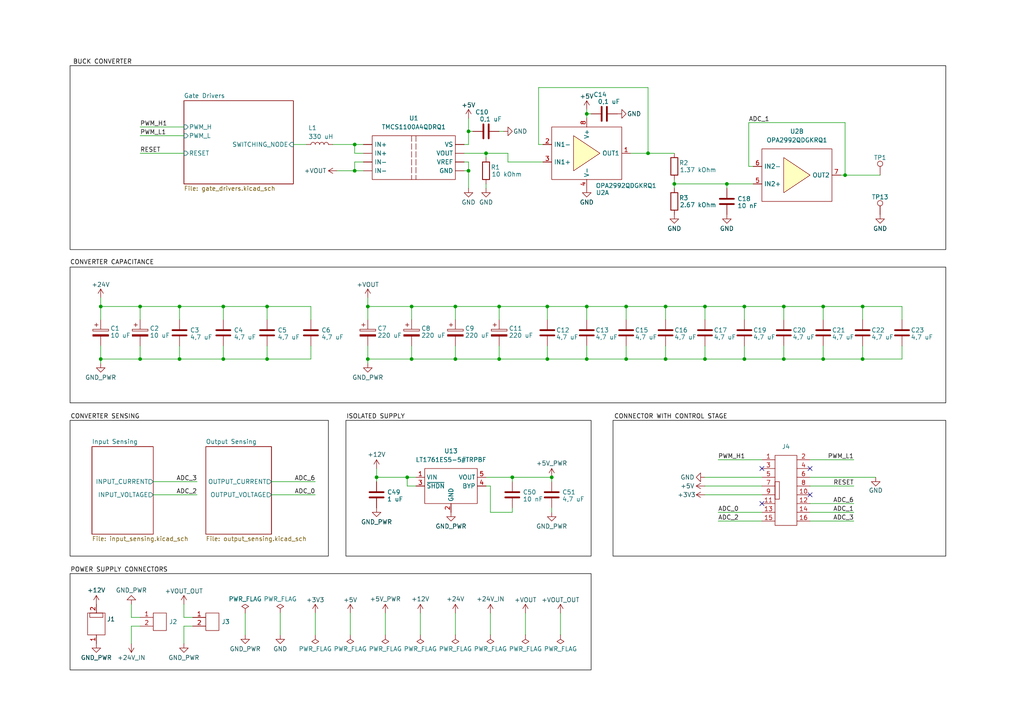
<source format=kicad_sch>
(kicad_sch (version 20231120) (generator "eeschema") (generator_version "8.0")
  (paper "A4")
  (title_block (title "ELE0124CL Power Buck Development Kit") (date "2024-08-04") (rev "1.0") (company "ELE0124CL"))
  (lib_symbols
    (symbol "Device:C" (pin_numbers hide) (pin_names (offset 0.254))
      (property "Reference" "C" (at 0.635 2.54 0))
      (property "Value" "C" (at 0.635 -2.54 0))
      (symbol "C_1_1"
        (pin passive line (at 0 3.81 270) (length 2.794) (name "~") (number "1"))
        (pin passive line (at 0 -3.81 90) (length 2.794) (name "~") (number "2"))
      )
    )
    (symbol "Device:C_Polarized" (pin_numbers hide) (pin_names (offset 0.254))
      (property "Reference" "C" (at 0.635 2.54 0))
      (property "Value" "C_Polarized" (at 0.635 -2.54 0))
      (symbol "C_Polarized_1_1"
        (pin passive line (at 0 3.81 270) (length 2.794) (name "~") (number "1"))
        (pin passive line (at 0 -3.81 90) (length 2.794) (name "~") (number "2"))
      )
    )
    (symbol "Device:L" (pin_numbers hide) (pin_names (offset 1.016) hide)
      (property "Reference" "L" (at -1.27 0 90))
      (property "Value" "L" (at 1.905 0 90))
      (symbol "L_1_1"
        (pin passive line (at 0 3.81 270) (length 1.27) (name "1") (number "1"))
        (pin passive line (at 0 -3.81 90) (length 1.27) (name "2") (number "2"))
      )
    )
    (symbol "Device:R" (pin_numbers hide) (pin_names (offset 0))
      (property "Reference" "R" (at 2.032 0 90))
      (property "Value" "R" (at 0 0 90))
      (symbol "R_1_1"
        (pin passive line (at 0 3.81 270) (length 1.27) (name "~") (number "1"))
        (pin passive line (at 0 -3.81 90) (length 1.27) (name "~") (number "2"))
      )
    )
    (symbol "ELE0124CL_library:+12V" (power) (pin_numbers hide) (pin_names (offset 0) hide) (exclude_from_sim yes) (in_bom no)
      (property "Value" "+12V" (at -2.54 3.81 0))
      (symbol "+12V_1_1"
        (pin power_in line (at 0 0 90) (length 1.27) hide (name "+12V") (number "1"))
      )
    )
    (symbol "ELE0124CL_library:+24V" (power) (pin_numbers hide) (pin_names (offset 0) hide) (exclude_from_sim yes) (in_bom no)
      (property "Value" "+24V" (at -2.54 3.81 0))
      (symbol "+24V_1_1"
        (pin power_in line (at 0 0 90) (length 1.27) hide (name "+24V") (number "1"))
      )
    )
    (symbol "ELE0124CL_library:+24V_IN" (power) (pin_numbers hide) (pin_names (offset 0) hide) (exclude_from_sim yes) (in_bom no)
      (property "Value" "+24V_IN" (at -2.54 3.81 0))
      (symbol "+24V_IN_1_1"
        (pin power_in line (at 0 0 90) (length 1.27) hide (name "+24V_IN") (number "1"))
      )
    )
    (symbol "ELE0124CL_library:+3V3" (power) (pin_numbers hide) (pin_names (offset 0) hide) (exclude_from_sim yes) (in_bom no)
      (property "Value" "+3V3" (at -2.54 3.81 0))
      (symbol "+3V3_1_1"
        (pin power_in line (at 0 0 90) (length 1.27) hide (name "+3V3") (number "1"))
      )
    )
    (symbol "ELE0124CL_library:+5V" (power) (pin_numbers hide) (pin_names (offset 0) hide) (exclude_from_sim yes) (in_bom no)
      (property "Value" "+5V" (at -1.905 3.81 0))
      (symbol "+5V_1_1"
        (pin power_in line (at 0 0 90) (length 1.27) hide (name "+5V") (number "1"))
      )
    )
    (symbol "ELE0124CL_library:+5V_PWR" (power) (pin_numbers hide) (pin_names (offset 0) hide) (exclude_from_sim yes) (in_bom no)
      (property "Value" "+5V_PWR" (at -1.905 3.81 0))
      (symbol "+5V_PWR_1_1"
        (pin power_in line (at 0 0 90) (length 1.27) hide (name "+5V_PWR") (number "1"))
      )
    )
    (symbol "ELE0124CL_library:+VOUT" (power) (pin_numbers hide) (pin_names (offset 0) hide) (exclude_from_sim yes) (in_bom no)
      (property "Value" "+VOUT" (at -2.54 3.81 0))
      (symbol "+VOUT_1_1"
        (pin power_in line (at 0 0 90) (length 1.27) hide (name "+VOUT") (number "1"))
      )
    )
    (symbol "ELE0124CL_library:+VOUT_OUT" (power) (pin_numbers hide) (pin_names (offset 0) hide) (exclude_from_sim yes) (in_bom no)
      (property "Value" "+VOUT_OUT" (at -2.54 3.81 0))
      (symbol "+VOUT_OUT_1_1"
        (pin power_in line (at 0 0 90) (length 1.27) hide (name "+VOUT_OUT") (number "1"))
      )
    )
    (symbol "ELE0124CL_library:CONN_SOCKET_1x02 43045-0212"
      (property "Reference" "J" (at 0.508 3.302 0))
      (property "Value" "43045-0212" (at 0.254 1.27 0))
      (symbol "CONN_SOCKET_1x02 43045-0212_1_1"
        (pin passive line (at 8.89 -2.54 180) (length 2.54) (name "~") (number "1"))
        (pin passive line (at -2.54 -2.54 0) (length 2.54) (name "~") (number "2"))
      )
    )
    (symbol "ELE0124CL_library:CONN_SOCKET_2x08 878311620" (pin_names (offset 0) hide)
      (property "Reference" "J" (at 1.27 1.27 0))
      (symbol "CONN_SOCKET_2x08 878311620_1_1"
        (pin passive line (at -3.81 -1.27 0) (length 3.81) (name "Pin_1") (number "1"))
        (pin passive line (at 10.16 -11.43 180) (length 3.81) (name "Pin_10") (number "10"))
        (pin passive line (at -3.81 -13.97 0) (length 3.81) (name "Pin_11") (number "11"))
        (pin passive line (at 10.16 -13.97 180) (length 3.81) (name "Pin_12") (number "12"))
        (pin passive line (at -3.81 -16.51 0) (length 3.81) (name "Pin_13") (number "13"))
        (pin passive line (at 10.16 -16.51 180) (length 3.81) (name "Pin_14") (number "14"))
        (pin passive line (at -3.81 -19.05 0) (length 3.81) (name "Pin_15") (number "15"))
        (pin passive line (at 10.16 -19.05 180) (length 3.81) (name "Pin_16") (number "16"))
        (pin passive line (at 10.16 -1.27 180) (length 3.81) (name "Pin_2") (number "2"))
        (pin passive line (at -3.81 -3.81 0) (length 3.81) (name "Pin_3") (number "3"))
        (pin passive line (at 10.16 -3.81 180) (length 3.81) (name "Pin_4") (number "4"))
        (pin passive line (at -3.81 -6.35 0) (length 3.81) (name "Pin_5") (number "5"))
        (pin passive line (at 10.16 -6.35 180) (length 3.81) (name "Pin_6") (number "6"))
        (pin passive line (at -3.81 -8.89 0) (length 3.81) (name "Pin_7") (number "7"))
        (pin passive line (at 10.16 -8.89 180) (length 3.81) (name "Pin_8") (number "8"))
        (pin passive line (at -3.81 -11.43 0) (length 3.81) (name "Pin_9") (number "9"))
      )
    )
    (symbol "ELE0124CL_library:CONN_TERMINAL_BLOCK_1x02 MSTBVA 2,5/ 2-G-5,08" (pin_names (offset 0) hide)
      (property "Reference" "J" (at 1.27 1.27 0))
      (symbol "CONN_TERMINAL_BLOCK_1x02 MSTBVA 2,5/ 2-G-5,08_1_1"
        (pin passive line (at -3.81 -1.27 0) (length 3.81) (name "Pin_1") (number "1"))
        (pin passive line (at -3.81 -3.81 0) (length 3.81) (name "Pin_2") (number "2"))
      )
    )
    (symbol "ELE0124CL_library:CURRENT SENSOR TMCS1100A4QDRQ1" (pin_numbers hide) (pin_names (offset 0.635))
      (property "Reference" "U" (at 0.508 3.175 0))
      (property "Value" "TMCS1100A4QDRQ1" (at 0.508 1.27 0))
      (symbol "CURRENT SENSOR TMCS1100A4QDRQ1_1_1"
        (pin passive line (at -2.54 -2.54 0) (length 2.54) (name "IN+") (number "1"))
        (pin passive line (at -2.54 -5.08 0) (length 2.54) (name "IN+") (number "2"))
        (pin passive line (at -2.54 -7.62 0) (length 2.54) (name "IN-") (number "3"))
        (pin passive line (at -2.54 -10.16 0) (length 2.54) (name "IN-") (number "4"))
        (pin passive line (at 26.67 -10.16 180) (length 2.54) (name "GND") (number "5"))
        (pin passive line (at 26.67 -7.62 180) (length 2.54) (name "VREF") (number "6"))
        (pin passive line (at 26.67 -5.08 180) (length 2.54) (name "VOUT") (number "7"))
        (pin passive line (at 26.67 -2.54 180) (length 2.54) (name "VS") (number "8"))
      )
    )
    (symbol "ELE0124CL_library:GND" (power) (pin_numbers hide) (pin_names (offset 0) hide) (exclude_from_sim yes) (in_bom no)
      (property "Value" "GND" (at -1.905 -3.81 0))
      (symbol "GND_1_1"
        (pin power_in line (at 0 0 270) (length 1.27) hide (name "GND") (number "1"))
      )
    )
    (symbol "ELE0124CL_library:GND_PWR" (power) (pin_numbers hide) (pin_names (offset 0) hide) (exclude_from_sim yes) (in_bom no)
      (property "Value" "GND_PWR" (at -4.445 -3.81 0))
      (symbol "GND_PWR_1_1"
        (pin power_in line (at 0 0 270) (length 1.27) hide (name "GND_PWR") (number "1"))
      )
    )
    (symbol "ELE0124CL_library:LDO REGULATOR LT1761ES5-5#TRPBF"
      (property "Reference" "U" (at 1.27 3.302 0))
      (property "Value" "LT1761ES5-5#TRPBF" (at 0.508 1.27 0))
      (symbol "LDO REGULATOR LT1761ES5-5#TRPBF_1_1"
        (pin passive line (at -2.54 -2.54 0) (length 2.54) (name "VIN") (number "1"))
        (pin passive line (at 7.62 -12.7 90) (length 2.54) (name "GND") (number "2"))
        (pin passive line (at -2.54 -5.08 0) (length 2.54) (name "~{SHDN}") (number "3"))
        (pin passive line (at 17.78 -5.08 180) (length 2.54) (name "BYP") (number "4"))
        (pin passive line (at 17.78 -2.54 180) (length 2.54) (name "VOUT") (number "5"))
      )
    )
    (symbol "ELE0124CL_library:OPERATIONAL AMPLIFIER OPA2992QDGKRQ1" (pin_names (offset 0.635))
      (property "Reference" "U" (at 1.27 10.795 0))
      (property "Value" "OPA2992QDGKRQ1" (at 1.27 8.89 0))
      (symbol "OPERATIONAL AMPLIFIER OPA2992QDGKRQ1_1_1"
        (pin passive line (at 12.7 0 180) (length 2.54) (name "OUT1") (number "1"))
        (pin passive line (at -12.7 2.54 0) (length 2.54) (name "IN1-") (number "2"))
        (pin passive line (at -12.7 -2.54 0) (length 2.54) (name "IN1+") (number "3"))
        (pin power_in line (at 0 -10.16 90) (length 2.54) (name "V-") (number "4"))
        (pin power_in line (at 0 10.16 270) (length 2.54) (name "V+") (number "8"))
      )
      (symbol "OPERATIONAL AMPLIFIER OPA2992QDGKRQ1_2_1"
        (pin passive line (at -12.7 -2.54 0) (length 2.54) (name "IN2+") (number "5"))
        (pin passive line (at -12.7 2.54 0) (length 2.54) (name "IN2-") (number "6"))
        (pin passive line (at 12.7 0 180) (length 2.54) (name "OUT2") (number "7"))
      )
    )
    (symbol "ELE0124CL_library:TP" (pin_numbers hide) (pin_names (offset 0) hide) (in_bom no)
      (property "Reference" "TP" (at -1.27 5.08 0))
      (symbol "TP_1_1"
        (pin passive line (at 0 0 90) (length 2.54) (name "TP") (number "1"))
      )
    )
    (symbol "power:PWR_FLAG" (power) (pin_numbers hide) (pin_names (offset 0) hide)
      (property "Value" "PWR_FLAG" (at 0 3.81 0))
      (symbol "PWR_FLAG_0_0"
        (pin power_out line (at 0 0 90) (length 0) (name "~") (number "1"))
      )
    )
  )
  (junction (at 195.58 53.34))
  (junction (at 135.89 38.1))
  (junction (at 106.68 104.14))
  (junction (at 102.87 41.91))
  (junction (at 181.61 88.9))
  (junction (at 40.64 88.9))
  (junction (at 29.21 104.14))
  (junction (at 181.61 104.14))
  (junction (at 238.76 88.9))
  (junction (at 250.19 104.14))
  (junction (at 64.77 88.9))
  (junction (at 77.47 88.9))
  (junction (at 40.64 104.14))
  (junction (at 227.33 104.14))
  (junction (at 204.47 104.14))
  (junction (at 109.22 138.43))
  (junction (at 170.18 88.9))
  (junction (at 170.18 33.02))
  (junction (at 132.08 88.9))
  (junction (at 118.11 138.43))
  (junction (at 29.21 88.9))
  (junction (at 158.75 104.14))
  (junction (at 132.08 104.14))
  (junction (at 119.38 88.9))
  (junction (at 52.07 104.14))
  (junction (at 245.11 50.8))
  (junction (at 52.07 88.9))
  (junction (at 140.97 44.45))
  (junction (at 215.9 104.14))
  (junction (at 187.96 44.45))
  (junction (at 144.78 104.14))
  (junction (at 193.04 88.9))
  (junction (at 160.02 138.43))
  (junction (at 77.47 104.14))
  (junction (at 250.19 88.9))
  (junction (at 215.9 88.9))
  (junction (at 204.47 88.9))
  (junction (at 210.82 53.34))
  (junction (at 119.38 104.14))
  (junction (at 102.87 49.53))
  (junction (at 170.18 104.14))
  (junction (at 238.76 104.14))
  (junction (at 135.89 49.53))
  (junction (at 144.78 88.9))
  (junction (at 158.75 88.9))
  (junction (at 227.33 88.9))
  (junction (at 148.59 138.43))
  (junction (at 106.68 88.9))
  (junction (at 64.77 104.14))
  (junction (at 193.04 104.14))
  (no_connect (at 234.95 135.89))
  (no_connect (at 234.95 143.51))
  (no_connect (at 220.98 135.89))
  (no_connect (at 220.98 146.05))
  (wire (pts (xy 208.28 151.13) (xy 220.98 151.13)))
  (wire (pts (xy 111.76 177.8) (xy 111.76 184.15)))
  (wire (pts (xy 217.17 35.56) (xy 245.11 35.56)))
  (wire (pts (xy 40.64 181.61) (xy 38.1 181.61)))
  (wire (pts (xy 109.22 138.43) (xy 109.22 139.7)))
  (wire (pts (xy 135.89 46.99) (xy 135.89 49.53)))
  (wire (pts (xy 158.75 88.9) (xy 158.75 92.71)))
  (wire (pts (xy 195.58 54.61) (xy 195.58 53.34)))
  (wire (pts (xy 81.28 177.8) (xy 81.28 184.15)))
  (wire (pts (xy 210.82 53.34) (xy 218.44 53.34)))
  (wire (pts (xy 109.22 135.89) (xy 109.22 138.43)))
  (wire (pts (xy 29.21 100.33) (xy 29.21 104.14)))
  (wire (pts (xy 40.64 104.14) (xy 52.07 104.14)))
  (wire (pts (xy 40.64 36.83) (xy 53.34 36.83)))
  (wire (pts (xy 132.08 177.8) (xy 132.08 184.15)))
  (wire (pts (xy 250.19 88.9) (xy 261.62 88.9)))
  (wire (pts (xy 40.64 88.9) (xy 40.64 92.71)))
  (wire (pts (xy 135.89 49.53) (xy 135.89 54.61)))
  (wire (pts (xy 170.18 104.14) (xy 181.61 104.14)))
  (wire (pts (xy 142.24 148.59) (xy 148.59 148.59)))
  (wire (pts (xy 170.18 33.02) (xy 171.45 33.02)))
  (wire (pts (xy 40.64 44.45) (xy 53.34 44.45)))
  (wire (pts (xy 38.1 181.61) (xy 38.1 186.69)))
  (wire (pts (xy 247.65 151.13) (xy 234.95 151.13)))
  (wire (pts (xy 119.38 100.33) (xy 119.38 104.14)))
  (wire (pts (xy 182.88 44.45) (xy 187.96 44.45)))
  (wire (pts (xy 29.21 88.9) (xy 40.64 88.9)))
  (wire (pts (xy 135.89 34.29) (xy 135.89 38.1)))
  (wire (pts (xy 109.22 138.43) (xy 118.11 138.43)))
  (wire (pts (xy 204.47 100.33) (xy 204.47 104.14)))
  (wire (pts (xy 118.11 138.43) (xy 120.65 138.43)))
  (wire (pts (xy 29.21 88.9) (xy 29.21 92.71)))
  (wire (pts (xy 102.87 46.99) (xy 102.87 49.53)))
  (wire (pts (xy 106.68 104.14) (xy 119.38 104.14)))
  (wire (pts (xy 148.59 148.59) (xy 148.59 147.32)))
  (wire (pts (xy 135.89 41.91) (xy 134.62 41.91)))
  (wire (pts (xy 245.11 50.8) (xy 243.84 50.8)))
  (wire (pts (xy 158.75 100.33) (xy 158.75 104.14)))
  (wire (pts (xy 77.47 88.9) (xy 77.47 92.71)))
  (wire (pts (xy 77.47 104.14) (xy 90.17 104.14)))
  (wire (pts (xy 64.77 100.33) (xy 64.77 104.14)))
  (wire (pts (xy 250.19 88.9) (xy 250.19 92.71)))
  (wire (pts (xy 29.21 104.14) (xy 29.21 105.41)))
  (wire (pts (xy 210.82 53.34) (xy 210.82 54.61)))
  (wire (pts (xy 227.33 100.33) (xy 227.33 104.14)))
  (wire (pts (xy 245.11 50.8) (xy 255.27 50.8)))
  (wire (pts (xy 119.38 88.9) (xy 119.38 92.71)))
  (wire (pts (xy 132.08 88.9) (xy 144.78 88.9)))
  (wire (pts (xy 132.08 104.14) (xy 144.78 104.14)))
  (wire (pts (xy 158.75 104.14) (xy 170.18 104.14)))
  (wire (pts (xy 40.64 39.37) (xy 53.34 39.37)))
  (wire (pts (xy 247.65 133.35) (xy 234.95 133.35)))
  (wire (pts (xy 38.1 179.07) (xy 38.1 175.26)))
  (wire (pts (xy 247.65 148.59) (xy 234.95 148.59)))
  (wire (pts (xy 140.97 140.97) (xy 142.24 140.97)))
  (wire (pts (xy 132.08 100.33) (xy 132.08 104.14)))
  (wire (pts (xy 119.38 104.14) (xy 132.08 104.14)))
  (wire (pts (xy 227.33 88.9) (xy 238.76 88.9)))
  (wire (pts (xy 53.34 179.07) (xy 53.34 175.26)))
  (wire (pts (xy 144.78 104.14) (xy 158.75 104.14)))
  (wire (pts (xy 227.33 104.14) (xy 238.76 104.14)))
  (wire (pts (xy 220.98 140.97) (xy 204.47 140.97)))
  (wire (pts (xy 55.88 181.61) (xy 53.34 181.61)))
  (wire (pts (xy 250.19 104.14) (xy 261.62 104.14)))
  (wire (pts (xy 106.68 88.9) (xy 106.68 92.71)))
  (wire (pts (xy 160.02 147.32) (xy 160.02 148.59)))
  (wire (pts (xy 204.47 88.9) (xy 215.9 88.9)))
  (wire (pts (xy 106.68 86.36) (xy 106.68 88.9)))
  (wire (pts (xy 119.38 88.9) (xy 132.08 88.9)))
  (wire (pts (xy 71.12 177.8) (xy 71.12 184.15)))
  (wire (pts (xy 170.18 100.33) (xy 170.18 104.14)))
  (wire (pts (xy 204.47 104.14) (xy 215.9 104.14)))
  (wire (pts (xy 187.96 25.4) (xy 187.96 44.45)))
  (wire (pts (xy 261.62 100.33) (xy 261.62 104.14)))
  (wire (pts (xy 140.97 44.45) (xy 147.32 44.45)))
  (wire (pts (xy 64.77 88.9) (xy 77.47 88.9)))
  (wire (pts (xy 106.68 104.14) (xy 106.68 105.41)))
  (wire (pts (xy 106.68 88.9) (xy 119.38 88.9)))
  (wire (pts (xy 204.47 138.43) (xy 220.98 138.43)))
  (wire (pts (xy 250.19 100.33) (xy 250.19 104.14)))
  (wire (pts (xy 158.75 88.9) (xy 170.18 88.9)))
  (wire (pts (xy 105.41 46.99) (xy 102.87 46.99)))
  (wire (pts (xy 144.78 38.1) (xy 146.05 38.1)))
  (wire (pts (xy 181.61 100.33) (xy 181.61 104.14)))
  (wire (pts (xy 204.47 88.9) (xy 204.47 92.71)))
  (wire (pts (xy 160.02 138.43) (xy 160.02 139.7)))
  (wire (pts (xy 140.97 53.34) (xy 140.97 54.61)))
  (wire (pts (xy 247.65 140.97) (xy 234.95 140.97)))
  (wire (pts (xy 102.87 44.45) (xy 102.87 41.91)))
  (wire (pts (xy 120.65 140.97) (xy 118.11 140.97)))
  (wire (pts (xy 134.62 49.53) (xy 135.89 49.53)))
  (wire (pts (xy 208.28 148.59) (xy 220.98 148.59)))
  (wire (pts (xy 247.65 146.05) (xy 234.95 146.05)))
  (wire (pts (xy 215.9 100.33) (xy 215.9 104.14)))
  (wire (pts (xy 152.4 177.8) (xy 152.4 184.15)))
  (wire (pts (xy 195.58 53.34) (xy 210.82 53.34)))
  (wire (pts (xy 132.08 88.9) (xy 132.08 92.71)))
  (wire (pts (xy 134.62 44.45) (xy 140.97 44.45)))
  (wire (pts (xy 118.11 140.97) (xy 118.11 138.43)))
  (wire (pts (xy 102.87 49.53) (xy 97.79 49.53)))
  (wire (pts (xy 208.28 133.35) (xy 220.98 133.35)))
  (wire (pts (xy 148.59 138.43) (xy 160.02 138.43)))
  (wire (pts (xy 29.21 86.36) (xy 29.21 88.9)))
  (wire (pts (xy 144.78 88.9) (xy 158.75 88.9)))
  (wire (pts (xy 227.33 88.9) (xy 227.33 92.71)))
  (wire (pts (xy 147.32 46.99) (xy 147.32 44.45)))
  (wire (pts (xy 142.24 140.97) (xy 142.24 148.59)))
  (wire (pts (xy 162.56 177.8) (xy 162.56 184.15)))
  (wire (pts (xy 44.45 139.7) (xy 57.15 139.7)))
  (wire (pts (xy 64.77 104.14) (xy 77.47 104.14)))
  (wire (pts (xy 101.6 177.8) (xy 101.6 184.15)))
  (wire (pts (xy 193.04 100.33) (xy 193.04 104.14)))
  (wire (pts (xy 238.76 104.14) (xy 250.19 104.14)))
  (wire (pts (xy 96.52 41.91) (xy 102.87 41.91)))
  (wire (pts (xy 140.97 138.43) (xy 148.59 138.43)))
  (wire (pts (xy 261.62 88.9) (xy 261.62 92.71)))
  (wire (pts (xy 238.76 88.9) (xy 250.19 88.9)))
  (wire (pts (xy 218.44 48.26) (xy 217.17 48.26)))
  (wire (pts (xy 156.21 25.4) (xy 156.21 41.91)))
  (wire (pts (xy 238.76 100.33) (xy 238.76 104.14)))
  (wire (pts (xy 148.59 139.7) (xy 148.59 138.43)))
  (wire (pts (xy 245.11 35.56) (xy 245.11 50.8)))
  (wire (pts (xy 170.18 88.9) (xy 181.61 88.9)))
  (wire (pts (xy 181.61 104.14) (xy 193.04 104.14)))
  (wire (pts (xy 193.04 88.9) (xy 204.47 88.9)))
  (wire (pts (xy 105.41 41.91) (xy 102.87 41.91)))
  (wire (pts (xy 64.77 88.9) (xy 64.77 92.71)))
  (wire (pts (xy 52.07 88.9) (xy 64.77 88.9)))
  (wire (pts (xy 204.47 143.51) (xy 220.98 143.51)))
  (wire (pts (xy 181.61 88.9) (xy 193.04 88.9)))
  (wire (pts (xy 78.74 143.51) (xy 91.44 143.51)))
  (wire (pts (xy 157.48 41.91) (xy 156.21 41.91)))
  (wire (pts (xy 105.41 44.45) (xy 102.87 44.45)))
  (wire (pts (xy 52.07 88.9) (xy 52.07 92.71)))
  (wire (pts (xy 215.9 88.9) (xy 227.33 88.9)))
  (wire (pts (xy 121.92 177.8) (xy 121.92 184.15)))
  (wire (pts (xy 91.44 177.8) (xy 91.44 184.15)))
  (wire (pts (xy 135.89 38.1) (xy 137.16 38.1)))
  (wire (pts (xy 193.04 88.9) (xy 193.04 92.71)))
  (wire (pts (xy 134.62 46.99) (xy 135.89 46.99)))
  (wire (pts (xy 140.97 44.45) (xy 140.97 45.72)))
  (wire (pts (xy 102.87 49.53) (xy 105.41 49.53)))
  (wire (pts (xy 55.88 179.07) (xy 53.34 179.07)))
  (wire (pts (xy 170.18 31.75) (xy 170.18 33.02)))
  (wire (pts (xy 142.24 177.8) (xy 142.24 184.15)))
  (wire (pts (xy 44.45 143.51) (xy 57.15 143.51)))
  (wire (pts (xy 217.17 48.26) (xy 217.17 35.56)))
  (wire (pts (xy 77.47 88.9) (xy 90.17 88.9)))
  (wire (pts (xy 193.04 104.14) (xy 204.47 104.14)))
  (wire (pts (xy 53.34 181.61) (xy 53.34 186.69)))
  (wire (pts (xy 156.21 25.4) (xy 187.96 25.4)))
  (wire (pts (xy 90.17 100.33) (xy 90.17 104.14)))
  (wire (pts (xy 90.17 88.9) (xy 90.17 92.71)))
  (wire (pts (xy 52.07 104.14) (xy 64.77 104.14)))
  (wire (pts (xy 85.09 41.91) (xy 88.9 41.91)))
  (wire (pts (xy 144.78 88.9) (xy 144.78 92.71)))
  (wire (pts (xy 106.68 100.33) (xy 106.68 104.14)))
  (wire (pts (xy 254 138.43) (xy 234.95 138.43)))
  (wire (pts (xy 181.61 88.9) (xy 181.61 92.71)))
  (wire (pts (xy 40.64 179.07) (xy 38.1 179.07)))
  (wire (pts (xy 215.9 104.14) (xy 227.33 104.14)))
  (wire (pts (xy 187.96 44.45) (xy 195.58 44.45)))
  (wire (pts (xy 77.47 100.33) (xy 77.47 104.14)))
  (wire (pts (xy 40.64 100.33) (xy 40.64 104.14)))
  (wire (pts (xy 238.76 88.9) (xy 238.76 92.71)))
  (wire (pts (xy 29.21 104.14) (xy 40.64 104.14)))
  (wire (pts (xy 170.18 33.02) (xy 170.18 34.29)))
  (wire (pts (xy 195.58 53.34) (xy 195.58 52.07)))
  (wire (pts (xy 144.78 100.33) (xy 144.78 104.14)))
  (wire (pts (xy 157.48 46.99) (xy 147.32 46.99)))
  (wire (pts (xy 135.89 38.1) (xy 135.89 41.91)))
  (wire (pts (xy 78.74 139.7) (xy 91.44 139.7)))
  (wire (pts (xy 52.07 100.33) (xy 52.07 104.14)))
  (wire (pts (xy 40.64 88.9) (xy 52.07 88.9)))
  (wire (pts (xy 170.18 88.9) (xy 170.18 92.71)))
  (wire (pts (xy 215.9 88.9) (xy 215.9 92.71)))
  (rectangle (start 20.32 19.05) (end 274.32 72.39) (stroke (width 0) (color 0 0 0 1)))
  (rectangle (start 100.33 121.92) (end 171.45 161.29) (stroke (width 0) (color 0 0 0 1)))
  (rectangle (start 20.32 166.37) (end 171.45 194.31) (stroke (width 0) (color 0 0 0 1)))
  (rectangle (start 20.32 77.47) (end 274.32 116.84) (stroke (width 0) (color 0 0 0 1)))
  (rectangle (start 177.8 121.92) (end 274.32 161.29) (stroke (width 0) (color 0 0 0 1)))
  (rectangle (start 20.32 121.92) (end 95.25 161.29) (stroke (width 0) (color 0 0 0 1)))
  (text "CONNECTOR WITH CONTROL STAGE" (at 194.564 120.904 0) (effects (font (size 1.27 1.27))))
  (text "CONVERTER CAPACITANCE" (at 32.512 76.2 0) (effects (font (size 1.27 1.27))))
  (text "CONVERTER SENSING" (at 30.48 120.904 0) (effects (font (size 1.27 1.27))))
  (text "BUCK CONVERTER" (at 29.718 18.034 0) (effects (font (size 1.27 1.27))))
  (text "ISOLATED SUPPLY" (at 108.966 120.904 0) (effects (font (size 1.27 1.27))))
  (text "POWER SUPPLY CONNECTORS" (at 34.544 165.354 0) (effects (font (size 1.27 1.27))))
  (label "RESET" (at 247.65 140.97 180))
  (label "ADC_1" (at 217.17 35.56 0))
  (label "ADC_6" (at 91.44 139.7 180))
  (label "PWM_H1" (at 208.28 133.35 0))
  (label "ADC_3" (at 247.65 151.13 180))
  (label "ADC_3" (at 57.15 139.7 180))
  (label "ADC_0" (at 91.44 143.51 180))
  (label "PWM_H1" (at 40.64 36.83 0))
  (label "RESET" (at 40.64 44.45 0))
  (label "PWM_L1" (at 247.65 133.35 180))
  (label "ADC_2" (at 208.28 151.13 0))
  (label "PWM_L1" (at 40.64 39.37 0))
  (label "ADC_2" (at 57.15 143.51 180))
  (label "ADC_6" (at 247.65 146.05 180))
  (label "ADC_0" (at 208.28 148.59 0))
  (label "ADC_1" (at 247.65 148.59 180))
  (symbol (lib_id "Device:C") (at 52.07 96.52 0) (unit 1)
    (property "Reference" "C3" (at 55.118 95.758 0) (effects (justify left)))
    (property "Value" "4,7 uF" (at 55.118 97.79 0) (effects (justify left)))
    (property "Footprint" "ELE0124CL_library:C_1206_3216Metric" (effects (hide yes)))
    (property "Description" "Capacitor Ceramic 4,7 uF 1206 100V" (effects (hide yes)))
  )
  (symbol (lib_id "power:PWR_FLAG") (at 121.92 184.15 180) (unit 1)
    (property "Reference" "#FLG04" (effects (hide yes)))
    (property "Value" "PWR_FLAG" (at 121.92 188.214 0))
    (property "Description" "Special symbol for telling ERC where power comes from" (effects (hide yes)))
  )
  (symbol (lib_id "Device:C") (at 170.18 96.52 0) (unit 1)
    (property "Reference" "C13" (at 172.72 95.758 0) (effects (justify left)))
    (property "Value" "4,7 uF" (at 172.72 97.79 0) (effects (justify left)))
    (property "Footprint" "ELE0124CL_library:C_1206_3216Metric" (effects (hide yes)))
    (property "Description" "Capacitor Ceramic 4,7 uF 1206 100V" (effects (hide yes)))
  )
  (symbol (lib_id "ELE0124CL_library:+5V_PWR") (at 111.76 177.8 0) (unit 1) (exclude_from_sim yes) (in_bom no)
    (property "Reference" "#PWR029" (effects (hide yes)))
    (property "Value" "+5V_PWR" (at 111.76 173.736 0))
    (property "Description" "Global label with name \"+5V_PWR\"" (effects (hide yes)))
  )
  (symbol (lib_id "Device:C_Polarized") (at 132.08 96.52 0) (unit 1)
    (property "Reference" "C9" (at 134.874 95.25 0) (effects (justify left)))
    (property "Value" "220 uF" (at 134.874 97.282 0) (effects (justify left)))
    (property "Footprint" "ELE0124CL_library:C_D10.0mm_H16.0mm_P5.00mm" (effects (hide yes)))
    (property "Description" "Capacitor Electrolytic 220 uF 100V 860020775019" (effects (hide yes)))
  )
  (symbol (lib_id "ELE0124CL_library:GND") (at 170.18 54.61 0) (unit 1) (exclude_from_sim yes) (in_bom no)
    (property "Reference" "#PWR064" (effects (hide yes)))
    (property "Value" "GND" (at 170.18 58.674 0))
    (property "Description" "Global label with name \"GND\"" (effects (hide yes)))
  )
  (symbol (lib_id "power:PWR_FLAG") (at 142.24 184.15 180) (unit 1)
    (property "Reference" "#FLG06" (effects (hide yes)))
    (property "Value" "PWR_FLAG" (at 142.24 188.214 0))
    (property "Description" "Special symbol for telling ERC where power comes from" (effects (hide yes)))
  )
  (symbol (lib_id "Device:R") (at 195.58 58.42 0) (unit 1)
    (property "Reference" "R3" (at 199.644 57.404 0) (effects (justify right)))
    (property "Value" "2.67 kOhm" (at 207.772 59.436 0) (effects (justify right)))
    (property "Footprint" "ELE0124CL_library:R_0603_1608Metric" (effects (hide yes)))
    (property "Description" "Resistor 2.67 kOhm 0603" (effects (hide yes)))
  )
  (symbol (lib_id "ELE0124CL_library:+5V") (at 101.6 177.8 0) (unit 1) (exclude_from_sim yes) (in_bom no)
    (property "Reference" "#PWR0104" (effects (hide yes)))
    (property "Value" "+5V" (at 101.6 173.99 0))
    (property "Description" "Global label with name \"+5V\"" (effects (hide yes)))
  )
  (symbol (lib_id "ELE0124CL_library:+5V") (at 170.18 31.75 0) (unit 1) (exclude_from_sim yes) (in_bom no)
    (property "Reference" "#PWR063" (effects (hide yes)))
    (property "Value" "+5V" (at 170.18 27.94 0))
    (property "Description" "Global label with name \"+5V\"" (effects (hide yes)))
  )
  (symbol (lib_id "Device:L") (at 92.71 41.91 90) (unit 1)
    (property "Reference" "L1" (at 89.408 37.084 90) (effects (justify right)))
    (property "Value" "330 uH" (at 89.408 39.624 90) (effects (justify right)))
    (property "Footprint" "ELE0124CL_library:L_74437529203331" (effects (hide yes)))
    (property "Description" "Inductor 330 uH 74437529203331" (effects (hide yes)))
  )
  (symbol (lib_id "ELE0124CL_library:GND") (at 146.05 38.1 90) (unit 1) (exclude_from_sim yes) (in_bom no)
    (property "Reference" "#PWR062" (effects (hide yes)))
    (property "Value" "GND" (at 150.876 38.1 90))
    (property "Description" "Global label with name \"GND\"" (effects (hide yes)))
  )
  (symbol (lib_id "Device:C") (at 109.22 143.51 0) (unit 1)
    (property "Reference" "C49" (at 112.268 142.748 0) (effects (justify left)))
    (property "Value" "1 uF" (at 112.268 144.78 0) (effects (justify left)))
    (property "Footprint" "ELE0124CL_library:C_1206_3216Metric" (effects (hide yes)))
    (property "Description" "Capacitor Ceramic 1 uF 1206" (effects (hide yes)))
  )
  (symbol (lib_id "Device:C") (at 64.77 96.52 0) (unit 1)
    (property "Reference" "C4" (at 67.818 95.758 0) (effects (justify left)))
    (property "Value" "4,7 uF" (at 67.818 97.79 0) (effects (justify left)))
    (property "Footprint" "ELE0124CL_library:C_1206_3216Metric" (effects (hide yes)))
    (property "Description" "Capacitor Ceramic 4,7 uF 1206 100V" (effects (hide yes)))
  )
  (symbol (lib_id "ELE0124CL_library:+VOUT") (at 106.68 86.36 0) (unit 1) (exclude_from_sim yes) (in_bom no)
    (property "Reference" "#PWR068" (effects (hide yes)))
    (property "Value" "+VOUT" (at 106.68 82.55 0))
    (property "Description" "Global label with name \"+VOUT\"" (effects (hide yes)))
  )
  (symbol (lib_id "ELE0124CL_library:+3V3") (at 91.44 177.8 0) (unit 1) (exclude_from_sim yes) (in_bom no)
    (property "Reference" "#PWR071" (effects (hide yes)))
    (property "Value" "+3V3" (at 91.44 173.99 0))
    (property "Description" "Global label with name \"+3V3\"" (effects (hide yes)))
  )
  (symbol (lib_id "ELE0124CL_library:+5V") (at 204.47 140.97 90) (mirror x) (unit 1) (exclude_from_sim yes) (in_bom no)
    (property "Reference" "#PWR072" (effects (hide yes)))
    (property "Value" "+5V" (at 199.39 140.97 90))
    (property "Description" "Global label with name \"+5V\"" (effects (hide yes)))
  )
  (symbol (lib_id "Device:C") (at 227.33 96.52 0) (unit 1)
    (property "Reference" "C20" (at 229.87 95.758 0) (effects (justify left)))
    (property "Value" "4,7 uF" (at 229.87 97.79 0) (effects (justify left)))
    (property "Footprint" "ELE0124CL_library:C_1206_3216Metric" (effects (hide yes)))
    (property "Description" "Capacitor Ceramic 4,7 uF 1206 100V" (effects (hide yes)))
  )
  (symbol (lib_id "power:PWR_FLAG") (at 111.76 184.15 180) (unit 1)
    (property "Reference" "#FLG02" (effects (hide yes)))
    (property "Value" "PWR_FLAG" (at 111.76 188.214 0))
    (property "Description" "Special symbol for telling ERC where power comes from" (effects (hide yes)))
  )
  (symbol (lib_id "Device:C") (at 215.9 96.52 0) (unit 1)
    (property "Reference" "C19" (at 218.44 95.758 0) (effects (justify left)))
    (property "Value" "4,7 uF" (at 218.44 97.79 0) (effects (justify left)))
    (property "Footprint" "ELE0124CL_library:C_1206_3216Metric" (effects (hide yes)))
    (property "Description" "Capacitor Ceramic 4,7 uF 1206 100V" (effects (hide yes)))
  )
  (symbol (lib_id "ELE0124CL_library:GND_PWR") (at 71.12 184.15 0) (unit 1) (exclude_from_sim yes) (in_bom no)
    (property "Reference" "#PWR028" (effects (hide yes)))
    (property "Value" "GND_PWR" (at 71.12 188.214 0))
    (property "Description" "Global label with name \"GND_PWR\"" (effects (hide yes)))
  )
  (symbol (lib_id "power:PWR_FLAG") (at 81.28 177.8 0) (unit 1)
    (property "Reference" "#FLG09" (effects (hide yes)))
    (property "Value" "PWR_FLAG" (at 81.28 173.736 0))
    (property "Description" "Special symbol for telling ERC where power comes from" (effects (hide yes)))
  )
  (symbol (lib_id "ELE0124CL_library:CONN_TERMINAL_BLOCK_1x02 MSTBVA 2,5/ 2-G-5,08") (at 59.69 177.8 0) (unit 1)
    (property "Reference" "J3" (at 64.262 180.34 0) (effects (justify left)))
    (property "Value" "MSTBVA 2,5/ 2-G-5,08" (effects (hide yes)))
    (property "Footprint" "ELE0124CL_library:CONN_TERMINAL_BLOCK_1x02_P5.08mm_Vertical" (effects (hide yes)))
    (property "Datasheet" "https://product-download.phoenixcontact.com/8181417?response-content-disposition=inline;%20filename%3D%221755736_04_de_01.pdf%22&Expires=1722723810&Signature=aLL-koyr0HHDxzcimRIAFjqQf6e5b0iKCbZbVJ-OXgJev5pN0-SrQ3ksC99fos4rt582jm-1~QhxOR9ruyyBDBkkpF-uxvGc0zZmLSnRIu4ZXJ-5GbKaOvAwMXVxHTwNoLjSISBonNxlj6usOBKqFU-iJnQnMDwR5fNF-~B6HTwvAloRMR5HbpJjN9KMaFYKsi380IccWk3-rqqVhcbyI8Gg4Jd-94IGj38p0SUKCBLIlyR0HFk28mK~ru1VcXg-CujjIAn1u6sy7NINPmWqYd~rzPR0ztwSUWfBxQhZx5edEKgv16ObcopVwZrLFLb9ah~k37ttGHRSHfK91nQ5Sw__&Key-Pair-Id=K1I2N54A7B0GD" (effects (hide yes)))
    (property "Description" "Phoenix Contact Connector Terminal Block 1x02 Vertical" (effects (hide yes)))
  )
  (symbol (lib_id "ELE0124CL_library:+12V") (at 27.94 175.26 0) (unit 1) (exclude_from_sim yes) (in_bom no)
    (property "Reference" "#PWR018" (effects (hide yes)))
    (property "Value" "+12V" (at 27.94 171.196 0))
    (property "Description" "Global label with name \"+12V\"" (effects (hide yes)))
  )
  (symbol (lib_id "Device:C_Polarized") (at 40.64 96.52 0) (unit 1)
    (property "Reference" "C2" (at 43.434 95.25 0) (effects (justify left)))
    (property "Value" "10 uF" (at 43.434 97.282 0) (effects (justify left)))
    (property "Footprint" "ELE0124CL_library:C_D5.0mm_H11.0mm_P2.00mm" (effects (hide yes)))
    (property "Description" "Capacitor Electrolytic 10 uF 100V 860020772010" (effects (hide yes)))
  )
  (symbol (lib_id "ELE0124CL_library:CONN_SOCKET_1x02 43045-0212") (at 30.48 177.8 270) (unit 1)
    (property "Reference" "J1" (at 30.988 179.578 90) (effects (justify left)))
    (property "Value" "43045-0212" (effects (hide yes)))
    (property "Footprint" "ELE0124CL_library:CONN_SOCKET_1x02_P3.00mm_Vertical" (effects (hide yes)))
    (property "Datasheet" "https://www.molex.com/en-us/products/part-detail/430450212?display=pdf" (effects (hide yes)))
    (property "Description" "Molex Connector Socket 1x02 Vertical" (effects (hide yes)))
  )
  (symbol (lib_id "ELE0124CL_library:+5V") (at 135.89 34.29 0) (unit 1) (exclude_from_sim yes) (in_bom no)
    (property "Reference" "#PWR059" (effects (hide yes)))
    (property "Value" "+5V" (at 135.89 30.48 0))
    (property "Description" "Global label with name \"+5V\"" (effects (hide yes)))
  )
  (symbol (lib_id "Device:C") (at 250.19 96.52 0) (unit 1)
    (property "Reference" "C22" (at 252.73 95.758 0) (effects (justify left)))
    (property "Value" "4,7 uF" (at 252.73 97.79 0) (effects (justify left)))
    (property "Footprint" "ELE0124CL_library:C_1206_3216Metric" (effects (hide yes)))
    (property "Description" "Capacitor Ceramic 4,7 uF 1206 100V" (effects (hide yes)))
  )
  (symbol (lib_id "ELE0124CL_library:GND") (at 254 138.43 0) (mirror y) (unit 1) (exclude_from_sim yes) (in_bom no)
    (property "Reference" "#PWR074" (effects (hide yes)))
    (property "Value" "GND" (at 254 142.24 0))
    (property "Description" "Global label with name \"GND\"" (effects (hide yes)))
  )
  (symbol (lib_id "ELE0124CL_library:+12V") (at 121.92 177.8 0) (unit 1) (exclude_from_sim yes) (in_bom no)
    (property "Reference" "#PWR031" (effects (hide yes)))
    (property "Value" "+12V" (at 121.92 173.736 0))
    (property "Description" "Global label with name \"+12V\"" (effects (hide yes)))
  )
  (symbol (lib_id "Device:C") (at 193.04 96.52 0) (unit 1)
    (property "Reference" "C16" (at 195.58 95.758 0) (effects (justify left)))
    (property "Value" "4,7 uF" (at 195.58 97.79 0) (effects (justify left)))
    (property "Footprint" "ELE0124CL_library:C_1206_3216Metric" (effects (hide yes)))
    (property "Description" "Capacitor Ceramic 4,7 uF 1206 100V" (effects (hide yes)))
  )
  (symbol (lib_id "Device:C_Polarized") (at 119.38 96.52 0) (unit 1)
    (property "Reference" "C8" (at 122.174 95.25 0) (effects (justify left)))
    (property "Value" "220 uF" (at 122.174 97.282 0) (effects (justify left)))
    (property "Footprint" "ELE0124CL_library:C_D10.0mm_H16.0mm_P5.00mm" (effects (hide yes)))
    (property "Description" "Capacitor Electrolytic 220 uF 100V 860020775019" (effects (hide yes)))
  )
  (symbol (lib_id "ELE0124CL_library:GND_PWR") (at 106.68 105.41 0) (unit 1) (exclude_from_sim yes) (in_bom no)
    (property "Reference" "#PWR069" (effects (hide yes)))
    (property "Value" "GND_PWR" (at 106.68 109.474 0))
    (property "Description" "Global label with name \"GND_PWR\"" (effects (hide yes)))
  )
  (symbol (lib_id "ELE0124CL_library:+VOUT_OUT") (at 53.34 175.26 0) (unit 1) (exclude_from_sim yes) (in_bom no)
    (property "Reference" "#PWR026" (effects (hide yes)))
    (property "Value" "+VOUT_OUT" (at 53.34 171.45 0))
    (property "Description" "Global label with name \"+VOUT_OUT\"" (effects (hide yes)))
  )
  (symbol (lib_id "Device:C_Polarized") (at 29.21 96.52 0) (unit 1)
    (property "Reference" "C1" (at 32.004 95.25 0) (effects (justify left)))
    (property "Value" "10 uF" (at 32.004 97.282 0) (effects (justify left)))
    (property "Footprint" "ELE0124CL_library:C_D5.0mm_H11.0mm_P2.00mm" (effects (hide yes)))
    (property "Description" "Capacitor Electrolytic 10 uF 100V 860020772010" (effects (hide yes)))
  )
  (symbol (lib_id "Device:C_Polarized") (at 144.78 96.52 0) (unit 1)
    (property "Reference" "C11" (at 147.574 95.25 0) (effects (justify left)))
    (property "Value" "220 uF" (at 147.574 97.282 0) (effects (justify left)))
    (property "Footprint" "ELE0124CL_library:C_D10.0mm_H16.0mm_P5.00mm" (effects (hide yes)))
    (property "Description" "Capacitor Electrolytic 220 uF 100V 860020775019" (effects (hide yes)))
  )
  (symbol (lib_id "ELE0124CL_library:OPERATIONAL AMPLIFIER OPA2992QDGKRQ1") (at 170.18 44.45 0) (unit 1)
    (property "Reference" "U2" (at 174.752 55.88 0))
    (property "Value" "OPA2992QDGKRQ1" (at 181.61 53.848 0))
    (property "Footprint" "ELE0124CL_library:VSSOP-8_4.40mm_P0.65mm" (effects (hide yes)))
    (property "Datasheet" "https://www.ti.com/lit/ds/symlink/opa2992-q1.pdf" (effects (hide yes)))
    (property "Description" "Texas Instrument Operational Amplifier, 2 Channel, 2.7 to 40 V, 10 MHz" (effects (hide yes)))
  )
  (symbol (lib_id "power:PWR_FLAG") (at 162.56 184.15 180) (unit 1)
    (property "Reference" "#FLG03" (effects (hide yes)))
    (property "Value" "PWR_FLAG" (at 162.56 188.214 0))
    (property "Description" "Special symbol for telling ERC where power comes from" (effects (hide yes)))
  )
  (symbol (lib_id "Device:R") (at 140.97 49.53 0) (unit 1)
    (property "Reference" "R1" (at 145.034 48.514 0) (effects (justify right)))
    (property "Value" "10 kOhm" (at 151.384 50.546 0) (effects (justify right)))
    (property "Footprint" "ELE0124CL_library:R_0603_1608Metric" (effects (hide yes)))
    (property "Description" "Resistor 10 kOhm 0603" (effects (hide yes)))
  )
  (symbol (lib_id "ELE0124CL_library:GND_PWR") (at 130.81 148.59 0) (unit 1) (exclude_from_sim yes) (in_bom no)
    (property "Reference" "#PWR0105" (effects (hide yes)))
    (property "Value" "GND_PWR" (at 130.81 152.654 0))
    (property "Description" "Global label with name \"GND_PWR\"" (effects (hide yes)))
  )
  (symbol (lib_id "ELE0124CL_library:OPERATIONAL AMPLIFIER OPA2992QDGKRQ1") (at 231.14 50.8 0) (unit 2)
    (property "Reference" "U2" (at 231.14 38.1 0))
    (property "Value" "OPA2992QDGKRQ1" (at 231.14 40.64 0))
    (property "Footprint" "ELE0124CL_library:VSSOP-8_4.40mm_P0.65mm" (effects (hide yes)))
    (property "Datasheet" "https://www.ti.com/lit/ds/symlink/opa2992-q1.pdf" (effects (hide yes)))
    (property "Description" "Texas Instrument Operational Amplifier, 2 Channel, 2.7 to 40 V, 10 MHz" (effects (hide yes)))
  )
  (symbol (lib_id "Device:C_Polarized") (at 106.68 96.52 0) (unit 1)
    (property "Reference" "C7" (at 109.474 95.25 0) (effects (justify left)))
    (property "Value" "220 uF" (at 109.474 97.282 0) (effects (justify left)))
    (property "Footprint" "ELE0124CL_library:C_D10.0mm_H16.0mm_P5.00mm" (effects (hide yes)))
    (property "Description" "Capacitor Electrolytic 220 uF 100V 860020775019" (effects (hide yes)))
  )
  (symbol (lib_id "Device:C") (at 238.76 96.52 0) (unit 1)
    (property "Reference" "C21" (at 241.3 95.758 0) (effects (justify left)))
    (property "Value" "4,7 uF" (at 241.3 97.79 0) (effects (justify left)))
    (property "Footprint" "ELE0124CL_library:C_1206_3216Metric" (effects (hide yes)))
    (property "Description" "Capacitor Ceramic 4,7 uF 1206 100V" (effects (hide yes)))
  )
  (symbol (lib_id "ELE0124CL_library:GND_PWR") (at 109.22 147.32 0) (unit 1) (exclude_from_sim yes) (in_bom no)
    (property "Reference" "#PWR0107" (effects (hide yes)))
    (property "Value" "GND_PWR" (at 109.22 151.384 0))
    (property "Description" "Global label with name \"GND_PWR\"" (effects (hide yes)))
  )
  (symbol (lib_id "ELE0124CL_library:+24V") (at 29.21 86.36 0) (unit 1) (exclude_from_sim yes) (in_bom no)
    (property "Reference" "#PWR035" (effects (hide yes)))
    (property "Value" "+24V" (at 29.21 82.55 0))
    (property "Description" "Global label with name \"+24V\"" (effects (hide yes)))
  )
  (symbol (lib_id "ELE0124CL_library:GND") (at 179.07 33.02 90) (unit 1) (exclude_from_sim yes) (in_bom no)
    (property "Reference" "#PWR065" (effects (hide yes)))
    (property "Value" "GND" (at 183.896 33.02 90))
    (property "Description" "Global label with name \"GND\"" (effects (hide yes)))
  )
  (symbol (lib_id "ELE0124CL_library:LDO REGULATOR LT1761ES5-5#TRPBF") (at 123.19 135.89 0) (unit 1)
    (property "Reference" "U13" (at 130.81 130.81 0))
    (property "Value" "LT1761ES5-5#TRPBF" (at 130.81 133.35 0))
    (property "Footprint" "ELE0124CL_library:TSOT-23-5" (effects (hide yes)))
    (property "Datasheet" "https://www.analog.com/media/en/technical-documentation/data-sheets/1761sff.pdf" (effects (hide yes)))
    (property "Description" "Analog Devices Low Noise 5V 100mA LDO Regulator" (effects (hide yes)))
  )
  (symbol (lib_id "ELE0124CL_library:CONN_TERMINAL_BLOCK_1x02 MSTBVA 2,5/ 2-G-5,08") (at 44.45 177.8 0) (unit 1)
    (property "Reference" "J2" (at 49.022 180.34 0) (effects (justify left)))
    (property "Value" "MSTBVA 2,5/ 2-G-5,08" (effects (hide yes)))
    (property "Footprint" "ELE0124CL_library:CONN_TERMINAL_BLOCK_1x02_P5.08mm_Vertical" (effects (hide yes)))
    (property "Datasheet" "https://product-download.phoenixcontact.com/8181417?response-content-disposition=inline;%20filename%3D%221755736_04_de_01.pdf%22&Expires=1722723810&Signature=aLL-koyr0HHDxzcimRIAFjqQf6e5b0iKCbZbVJ-OXgJev5pN0-SrQ3ksC99fos4rt582jm-1~QhxOR9ruyyBDBkkpF-uxvGc0zZmLSnRIu4ZXJ-5GbKaOvAwMXVxHTwNoLjSISBonNxlj6usOBKqFU-iJnQnMDwR5fNF-~B6HTwvAloRMR5HbpJjN9KMaFYKsi380IccWk3-rqqVhcbyI8Gg4Jd-94IGj38p0SUKCBLIlyR0HFk28mK~ru1VcXg-CujjIAn1u6sy7NINPmWqYd~rzPR0ztwSUWfBxQhZx5edEKgv16ObcopVwZrLFLb9ah~k37ttGHRSHfK91nQ5Sw__&Key-Pair-Id=K1I2N54A7B0GD" (effects (hide yes)))
    (property "Description" "Phoenix Contact Connector Terminal Block 1x02 Vertical" (effects (hide yes)))
  )
  (symbol (lib_id "ELE0124CL_library:+24V") (at 132.08 177.8 0) (unit 1) (exclude_from_sim yes) (in_bom no)
    (property "Reference" "#PWR032" (effects (hide yes)))
    (property "Value" "+24V" (at 132.08 173.736 0))
    (property "Description" "Global label with name \"+24V\"" (effects (hide yes)))
  )
  (symbol (lib_id "ELE0124CL_library:GND_PWR") (at 38.1 175.26 180) (unit 1) (exclude_from_sim yes) (in_bom no)
    (property "Reference" "#PWR025" (effects (hide yes)))
    (property "Value" "GND_PWR" (at 38.1 171.196 0))
    (property "Description" "Global label with name \"GND_PWR\"" (effects (hide yes)))
  )
  (symbol (lib_id "ELE0124CL_library:+24V_IN") (at 142.24 177.8 0) (unit 1) (exclude_from_sim yes) (in_bom no)
    (property "Reference" "#PWR033" (effects (hide yes)))
    (property "Value" "+24V_IN" (at 142.24 173.736 0))
    (property "Description" "Global label with name \"+24V_IN\"" (effects (hide yes)))
  )
  (symbol (lib_id "Device:R") (at 195.58 48.26 0) (unit 1)
    (property "Reference" "R2" (at 199.644 47.244 0) (effects (justify right)))
    (property "Value" "1.37 kOhm" (at 207.772 49.276 0) (effects (justify right)))
    (property "Footprint" "ELE0124CL_library:R_0603_1608Metric" (effects (hide yes)))
    (property "Description" "Resistor 1.37 kOhm 0603" (effects (hide yes)))
  )
  (symbol (lib_id "ELE0124CL_library:TP") (at 255.27 50.8 0) (unit 1) (in_bom no)
    (property "Reference" "TP1" (at 255.27 45.72 0))
    (property "Footprint" "ELE0124CL_library:TP_THT" (effects (hide yes)))
    (property "Description" "Test Point" (effects (hide yes)))
  )
  (symbol (lib_id "power:PWR_FLAG") (at 91.44 184.15 180) (unit 1)
    (property "Reference" "#FLG08" (effects (hide yes)))
    (property "Value" "PWR_FLAG" (at 91.44 188.214 0))
    (property "Description" "Special symbol for telling ERC where power comes from" (effects (hide yes)))
  )
  (symbol (lib_id "ELE0124CL_library:+24V_IN") (at 38.1 186.69 180) (unit 1) (exclude_from_sim yes) (in_bom no)
    (property "Reference" "#PWR015" (effects (hide yes)))
    (property "Value" "+24V_IN" (at 38.1 190.754 0))
    (property "Description" "Global label with name \"+24V_IN\"" (effects (hide yes)))
  )
  (symbol (lib_id "Device:C") (at 140.97 38.1 90) (unit 1)
    (property "Reference" "C10" (at 141.732 32.512 90) (effects (justify left)))
    (property "Value" "0,1 uF" (at 145.542 34.544 90) (effects (justify left)))
    (property "Footprint" "ELE0124CL_library:C_0603_1608Metric" (effects (hide yes)))
    (property "Description" "Capacitor Ceramic 0.1 uF 0603" (effects (hide yes)))
  )
  (symbol (lib_id "ELE0124CL_library:GND") (at 195.58 62.23 0) (unit 1) (exclude_from_sim yes) (in_bom no)
    (property "Reference" "#PWR066" (effects (hide yes)))
    (property "Value" "GND" (at 195.58 66.294 0))
    (property "Description" "Global label with name \"GND\"" (effects (hide yes)))
  )
  (symbol (lib_id "ELE0124CL_library:+VOUT") (at 152.4 177.8 0) (unit 1) (exclude_from_sim yes) (in_bom no)
    (property "Reference" "#PWR034" (effects (hide yes)))
    (property "Value" "+VOUT" (at 152.4 173.99 0))
    (property "Description" "Global label with name \"+VOUT\"" (effects (hide yes)))
  )
  (symbol (lib_id "Device:C") (at 261.62 96.52 0) (unit 1)
    (property "Reference" "C23" (at 264.16 95.758 0) (effects (justify left)))
    (property "Value" "4,7 uF" (at 264.16 97.79 0) (effects (justify left)))
    (property "Footprint" "ELE0124CL_library:C_1206_3216Metric" (effects (hide yes)))
    (property "Description" "Capacitor Ceramic 4,7 uF 1206 100V" (effects (hide yes)))
  )
  (symbol (lib_id "ELE0124CL_library:GND") (at 81.28 184.15 0) (unit 1) (exclude_from_sim yes) (in_bom no)
    (property "Reference" "#PWR039" (effects (hide yes)))
    (property "Value" "GND" (at 81.28 188.214 0))
    (property "Description" "Global label with name \"GND\"" (effects (hide yes)))
  )
  (symbol (lib_id "ELE0124CL_library:CURRENT SENSOR TMCS1100A4QDRQ1") (at 107.95 39.37 0) (unit 1)
    (property "Reference" "U1" (at 120.015 34.29 0))
    (property "Value" "TMCS1100A4QDRQ1" (at 120.015 36.83 0))
    (property "Footprint" "ELE0124CL_library:SOIC-8_5.40mm_P1.27mm" (effects (hide yes)))
    (property "Datasheet" "https://www.ti.com/lit/ds/symlink/tmcs1100-q1.pdf" (effects (hide yes)))
    (property "Description" "Texas Instrument High-Precision Basic Isolation Hall-Effect Current" (effects (hide yes)))
  )
  (symbol (lib_id "ELE0124CL_library:+VOUT_OUT") (at 162.56 177.8 0) (unit 1) (exclude_from_sim yes) (in_bom no)
    (property "Reference" "#PWR030" (effects (hide yes)))
    (property "Value" "+VOUT_OUT" (at 162.56 173.99 0))
    (property "Description" "Global label with name \"+VOUT_OUT\"" (effects (hide yes)))
  )
  (symbol (lib_id "power:PWR_FLAG") (at 71.12 177.8 0) (unit 1)
    (property "Reference" "#FLG01" (effects (hide yes)))
    (property "Value" "PWR_FLAG" (at 71.12 173.736 0))
    (property "Description" "Special symbol for telling ERC where power comes from" (effects (hide yes)))
  )
  (symbol (lib_id "ELE0124CL_library:GND") (at 135.89 54.61 0) (unit 1) (exclude_from_sim yes) (in_bom no)
    (property "Reference" "#PWR060" (effects (hide yes)))
    (property "Value" "GND" (at 135.89 58.674 0))
    (property "Description" "Global label with name \"GND\"" (effects (hide yes)))
  )
  (symbol (lib_id "Device:C") (at 160.02 143.51 0) (unit 1)
    (property "Reference" "C51" (at 163.068 142.748 0) (effects (justify left)))
    (property "Value" "4,7 uF" (at 163.068 144.78 0) (effects (justify left)))
    (property "Footprint" "ELE0124CL_library:C_1206_3216Metric" (effects (hide yes)))
    (property "Description" "Capacitor Ceramic 4,7 uF 1206 100V" (effects (hide yes)))
  )
  (symbol (lib_id "ELE0124CL_library:GND_PWR") (at 29.21 105.41 0) (unit 1) (exclude_from_sim yes) (in_bom no)
    (property "Reference" "#PWR058" (effects (hide yes)))
    (property "Value" "GND_PWR" (at 29.21 109.474 0))
    (property "Description" "Global label with name \"GND_PWR\"" (effects (hide yes)))
  )
  (symbol (lib_id "ELE0124CL_library:GND_PWR") (at 160.02 148.59 0) (unit 1) (exclude_from_sim yes) (in_bom no)
    (property "Reference" "#PWR0109" (effects (hide yes)))
    (property "Value" "GND_PWR" (at 160.02 152.654 0))
    (property "Description" "Global label with name \"GND_PWR\"" (effects (hide yes)))
  )
  (symbol (lib_id "Device:C") (at 77.47 96.52 0) (unit 1)
    (property "Reference" "C5" (at 80.518 95.758 0) (effects (justify left)))
    (property "Value" "4,7 uF" (at 80.518 97.79 0) (effects (justify left)))
    (property "Footprint" "ELE0124CL_library:C_1206_3216Metric" (effects (hide yes)))
    (property "Description" "Capacitor Ceramic 4,7 uF 1206 100V" (effects (hide yes)))
  )
  (symbol (lib_id "power:PWR_FLAG") (at 101.6 184.15 180) (unit 1)
    (property "Reference" "#FLG010" (effects (hide yes)))
    (property "Value" "PWR_FLAG" (at 101.6 188.214 0))
    (property "Description" "Special symbol for telling ERC where power comes from" (effects (hide yes)))
  )
  (symbol (lib_id "ELE0124CL_library:GND") (at 255.27 62.23 0) (unit 1) (exclude_from_sim yes) (in_bom no)
    (property "Reference" "#PWR0103" (effects (hide yes)))
    (property "Value" "GND" (at 255.27 66.294 0))
    (property "Description" "Global label with name \"GND\"" (effects (hide yes)))
  )
  (symbol (lib_id "power:PWR_FLAG") (at 132.08 184.15 180) (unit 1)
    (property "Reference" "#FLG05" (effects (hide yes)))
    (property "Value" "PWR_FLAG" (at 132.08 188.214 0))
    (property "Description" "Special symbol for telling ERC where power comes from" (effects (hide yes)))
  )
  (symbol (lib_id "ELE0124CL_library:GND") (at 140.97 54.61 0) (unit 1) (exclude_from_sim yes) (in_bom no)
    (property "Reference" "#PWR061" (effects (hide yes)))
    (property "Value" "GND" (at 140.97 58.674 0))
    (property "Description" "Global label with name \"GND\"" (effects (hide yes)))
  )
  (symbol (lib_id "ELE0124CL_library:TP") (at 255.27 62.23 0) (unit 1) (in_bom no)
    (property "Reference" "TP13" (at 255.27 57.15 0))
    (property "Footprint" "ELE0124CL_library:TP_THT" (effects (hide yes)))
    (property "Description" "Test Point" (effects (hide yes)))
  )
  (symbol (lib_id "ELE0124CL_library:CONN_SOCKET_2x08 878311620") (at 224.79 132.08 0) (unit 1)
    (property "Reference" "J4" (at 227.965 129.54 0))
    (property "Value" "878311620" (effects (hide yes)))
    (property "Footprint" "ELE0124CL_library:CONN_SOCKET_2x08_P2.00mm_Vertical" (effects (hide yes)))
    (property "Datasheet" "https://www.molex.com/en-us/products/part-detail/878311619?display=pdf" (effects (hide yes)))
    (property "Description" "Molex Connector Socket 2x08 Vertical" (effects (hide yes)))
  )
  (symbol (lib_id "Device:C") (at 175.26 33.02 90) (unit 1)
    (property "Reference" "C14" (at 176.022 27.432 90) (effects (justify left)))
    (property "Value" "0,1 uF" (at 179.832 29.464 90) (effects (justify left)))
    (property "Footprint" "ELE0124CL_library:C_0603_1608Metric" (effects (hide yes)))
    (property "Description" "Capacitor Ceramic 0.1 uF 0603" (effects (hide yes)))
  )
  (symbol (lib_id "ELE0124CL_library:+5V_PWR") (at 160.02 138.43 0) (unit 1) (exclude_from_sim yes) (in_bom no)
    (property "Reference" "#PWR0108" (effects (hide yes)))
    (property "Value" "+5V_PWR" (at 160.02 134.366 0))
    (property "Description" "Global label with name \"+5V_PWR\"" (effects (hide yes)))
  )
  (symbol (lib_id "ELE0124CL_library:+12V") (at 109.22 135.89 0) (unit 1) (exclude_from_sim yes) (in_bom no)
    (property "Reference" "#PWR0106" (effects (hide yes)))
    (property "Value" "+12V" (at 109.22 131.826 0))
    (property "Description" "Global label with name \"+12V\"" (effects (hide yes)))
  )
  (symbol (lib_id "Device:C") (at 90.17 96.52 0) (unit 1)
    (property "Reference" "C6" (at 93.218 95.758 0) (effects (justify left)))
    (property "Value" "4,7 uF" (at 93.218 97.79 0) (effects (justify left)))
    (property "Footprint" "ELE0124CL_library:C_1206_3216Metric" (effects (hide yes)))
    (property "Description" "Capacitor Ceramic 4,7 uF 1206 100V" (effects (hide yes)))
  )
  (symbol (lib_id "ELE0124CL_library:GND_PWR") (at 53.34 186.69 0) (unit 1) (exclude_from_sim yes) (in_bom no)
    (property "Reference" "#PWR027" (effects (hide yes)))
    (property "Value" "GND_PWR" (at 53.34 190.754 0))
    (property "Description" "Global label with name \"GND_PWR\"" (effects (hide yes)))
  )
  (symbol (lib_id "ELE0124CL_library:+3V3") (at 204.47 143.51 90) (mirror x) (unit 1) (exclude_from_sim yes) (in_bom no)
    (property "Reference" "#PWR073" (effects (hide yes)))
    (property "Value" "+3V3" (at 199.136 143.51 90))
    (property "Description" "Global label with name \"+3V3\"" (effects (hide yes)))
  )
  (symbol (lib_id "Device:C") (at 158.75 96.52 0) (unit 1)
    (property "Reference" "C12" (at 161.29 95.758 0) (effects (justify left)))
    (property "Value" "4,7 uF" (at 161.29 97.79 0) (effects (justify left)))
    (property "Footprint" "ELE0124CL_library:C_1206_3216Metric" (effects (hide yes)))
    (property "Description" "Capacitor Ceramic 4,7 uF 1206 100V" (effects (hide yes)))
  )
  (symbol (lib_id "Device:C") (at 181.61 96.52 0) (unit 1)
    (property "Reference" "C15" (at 184.15 95.758 0) (effects (justify left)))
    (property "Value" "4,7 uF" (at 184.15 97.79 0) (effects (justify left)))
    (property "Footprint" "ELE0124CL_library:C_1206_3216Metric" (effects (hide yes)))
    (property "Description" "Capacitor Ceramic 4,7 uF 1206 100V" (effects (hide yes)))
  )
  (symbol (lib_id "ELE0124CL_library:GND") (at 204.47 138.43 270) (unit 1) (exclude_from_sim yes) (in_bom no)
    (property "Reference" "#PWR070" (effects (hide yes)))
    (property "Value" "GND" (at 199.39 138.43 90))
    (property "Description" "Global label with name \"GND\"" (effects (hide yes)))
  )
  (symbol (lib_id "Device:C") (at 204.47 96.52 0) (unit 1)
    (property "Reference" "C17" (at 207.01 95.758 0) (effects (justify left)))
    (property "Value" "4,7 uF" (at 207.01 97.79 0) (effects (justify left)))
    (property "Footprint" "ELE0124CL_library:C_1206_3216Metric" (effects (hide yes)))
    (property "Description" "Capacitor Ceramic 4,7 uF 1206 100V" (effects (hide yes)))
  )
  (symbol (lib_id "ELE0124CL_library:+VOUT") (at 97.79 49.53 90) (unit 1) (exclude_from_sim yes) (in_bom no)
    (property "Reference" "#PWR057" (effects (hide yes)))
    (property "Value" "+VOUT" (at 91.44 49.53 90))
    (property "Description" "Global label with name \"+VOUT\"" (effects (hide yes)))
  )
  (symbol (lib_id "Device:C") (at 210.82 58.42 0) (unit 1)
    (property "Reference" "C18" (at 213.868 57.658 0) (effects (justify left)))
    (property "Value" "10 nF" (at 213.868 59.69 0) (effects (justify left)))
    (property "Footprint" "ELE0124CL_library:C_0603_1608Metric" (effects (hide yes)))
    (property "Description" "Capacitor Ceramic 10 nF 0603" (effects (hide yes)))
  )
  (symbol (lib_id "power:PWR_FLAG") (at 152.4 184.15 180) (unit 1)
    (property "Reference" "#FLG07" (effects (hide yes)))
    (property "Value" "PWR_FLAG" (at 152.4 188.214 0))
    (property "Description" "Special symbol for telling ERC where power comes from" (effects (hide yes)))
  )
  (symbol (lib_id "Device:C") (at 148.59 143.51 0) (unit 1)
    (property "Reference" "C50" (at 151.638 142.748 0) (effects (justify left)))
    (property "Value" "10 nF" (at 151.638 144.78 0) (effects (justify left)))
    (property "Footprint" "ELE0124CL_library:C_0603_1608Metric" (effects (hide yes)))
    (property "Description" "Capacitor Ceramic 10 nF 0603" (effects (hide yes)))
  )
  (symbol (lib_id "ELE0124CL_library:GND_PWR") (at 27.94 186.69 0) (unit 1) (exclude_from_sim yes) (in_bom no)
    (property "Reference" "#PWR016" (effects (hide yes)))
    (property "Value" "GND_PWR" (at 27.94 190.754 0))
    (property "Description" "Global label with name \"GND_PWR\"" (effects (hide yes)))
  )
  (symbol (lib_id "ELE0124CL_library:GND") (at 210.82 62.23 0) (unit 1) (exclude_from_sim yes) (in_bom no)
    (property "Reference" "#PWR067" (effects (hide yes)))
    (property "Value" "GND" (at 210.82 66.294 0))
    (property "Description" "Global label with name \"GND\"" (effects (hide yes)))
  )
  (sheet (at 53.34 29.21) (size 31.75 24.13) (stroke (width 0.1524))
    (property "Sheetname" "Gate Drivers" (at 53.34 28.4984 0) (effects (justify left bottom)))
    (property "Sheetfile" "gate_drivers.kicad_sch" (at 53.34 53.9246 0) (effects (justify left top)))
    (pin "SWITCHING_NODE" input (at 85.09 41.91 0))
    (pin "PWM_H" input (at 53.34 36.83 180))
    (pin "PWM_L" input (at 53.34 39.37 180))
    (pin "RESET" input (at 53.34 44.45 180))
  )
  (sheet (at 59.69 129.54) (size 19.05 25.4) (stroke (width 0.1524))
    (property "Sheetname" "Output Sensing" (at 59.69 128.8284 0) (effects (justify left bottom)))
    (property "Sheetfile" "output_sensing.kicad_sch" (at 59.69 155.5246 0) (effects (justify left top)))
    (pin "OUTPUT_VOLTAGE" output (at 78.74 143.51 0))
    (pin "OUTPUT_CURRENT" output (at 78.74 139.7 0))
  )
  (sheet (at 26.67 129.54) (size 17.78 25.4) (stroke (width 0.1524))
    (property "Sheetname" "Input Sensing" (at 26.67 128.8284 0) (effects (justify left bottom)))
    (property "Sheetfile" "input_sensing.kicad_sch" (at 26.67 155.5246 0) (effects (justify left top)))
    (pin "INPUT_CURRENT" output (at 44.45 139.7 0))
    (pin "INPUT_VOLTAGE" output (at 44.45 143.51 0))
  )
)
</source>
